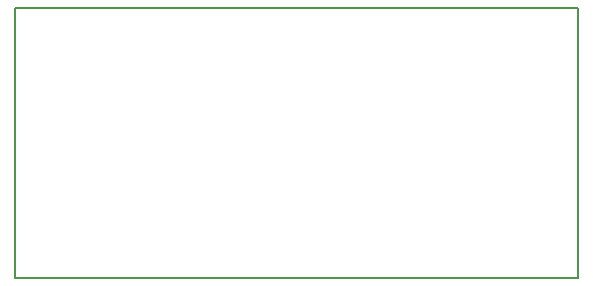
<source format=gbr>
G04 #@! TF.GenerationSoftware,KiCad,Pcbnew,(5.1.6)-1*
G04 #@! TF.CreationDate,2020-10-13T23:31:01+05:30*
G04 #@! TF.ProjectId,SerialShiftLCD,53657269-616c-4536-9869-66744c43442e,rev?*
G04 #@! TF.SameCoordinates,Original*
G04 #@! TF.FileFunction,Profile,NP*
%FSLAX46Y46*%
G04 Gerber Fmt 4.6, Leading zero omitted, Abs format (unit mm)*
G04 Created by KiCad (PCBNEW (5.1.6)-1) date 2020-10-13 23:31:01*
%MOMM*%
%LPD*%
G01*
G04 APERTURE LIST*
G04 #@! TA.AperFunction,Profile*
%ADD10C,0.200000*%
G04 #@! TD*
G04 APERTURE END LIST*
D10*
X127635000Y-53975000D02*
X127635000Y-31115000D01*
X175260000Y-53975000D02*
X127635000Y-53975000D01*
X175260000Y-31115000D02*
X175260000Y-53975000D01*
X127635000Y-31115000D02*
X175260000Y-31115000D01*
M02*

</source>
